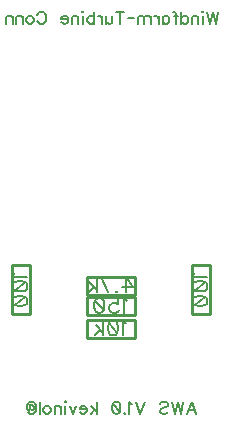
<source format=gbr>
G04 DipTrace 3.2.0.1*
G04 BottomSilk.gbr*
%MOMM*%
G04 #@! TF.FileFunction,Legend,Bot*
G04 #@! TF.Part,Single*
%ADD10C,0.25*%
%ADD38C,0.19608*%
%ADD39C,0.15686*%
%FSLAX35Y35*%
G04*
G71*
G90*
G75*
G01*
G04 BotSilk*
%LPD*%
X1872419Y1762423D2*
D10*
Y1914823D1*
X2279581Y1762423D2*
X1872419D1*
X2279581D2*
Y1914823D1*
X1872419D1*
X2279581Y2279950D2*
Y2127550D1*
X1872419Y2279950D2*
X2279581D1*
X1872419D2*
Y2127550D1*
X2279581D1*
X1872419Y1952927D2*
Y2105327D1*
X2279581Y1952927D2*
X1872419D1*
X2279581D2*
Y2105327D1*
X1872419D1*
X1237800Y2375581D2*
X1390200D1*
X1237800Y1968419D2*
Y2375581D1*
Y1968419D2*
X1390200D1*
Y2375581D1*
X2761800D2*
X2914200D1*
X2761800Y1968419D2*
Y2375581D1*
Y1968419D2*
X2914200D1*
Y2375581D1*
X2206395Y1885883D2*
D38*
X2194182Y1892060D1*
X2175932Y1910170D1*
Y1782700D1*
X2100216Y1910170D2*
X2118466Y1904133D1*
X2130680Y1885883D1*
X2136716Y1855560D1*
Y1837310D1*
X2130680Y1806987D1*
X2118466Y1788737D1*
X2100216Y1782700D1*
X2088143D1*
X2069893Y1788737D1*
X2057820Y1806987D1*
X2051643Y1837310D1*
Y1855560D1*
X2057820Y1885883D1*
X2069893Y1904133D1*
X2088143Y1910170D1*
X2100216D1*
X2057820Y1885883D2*
X2130680Y1806987D1*
X2012428Y1910310D2*
Y1782700D1*
X1951641Y1867773D2*
X2012428Y1806987D1*
X1988141Y1831273D2*
X1945605Y1782700D1*
X2201647Y2147827D2*
Y2275296D1*
X2262433Y2190364D1*
X2171324D1*
X2126071Y2160040D2*
X2132108Y2153864D1*
X2126071Y2147827D1*
X2119894Y2153864D1*
X2126071Y2160040D1*
X2056392Y2147827D2*
X1995606Y2275296D1*
X2080679D1*
X1956390Y2275437D2*
Y2147827D1*
X1895603Y2232900D2*
X1956390Y2172114D1*
X1932103Y2196400D2*
X1889567Y2147827D1*
X2215520Y2076386D2*
X2203307Y2082563D1*
X2185057Y2100673D1*
Y1973204D1*
X2072982Y2100673D2*
X2133628D1*
X2139664Y2046063D1*
X2133628Y2052100D1*
X2115378Y2058277D1*
X2097268D1*
X2079018Y2052100D1*
X2066805Y2040027D1*
X2060768Y2021777D1*
Y2009704D1*
X2066805Y1991454D1*
X2079018Y1979240D1*
X2097268Y1973204D1*
X2115378D1*
X2133628Y1979240D1*
X2139664Y1985417D1*
X2145841Y1997490D1*
X1985053Y2100673D2*
X2003303Y2094636D1*
X2015516Y2076386D1*
X2021553Y2046063D1*
Y2027813D1*
X2015516Y1997490D1*
X2003303Y1979240D1*
X1985053Y1973204D1*
X1972980D1*
X1954730Y1979240D1*
X1942656Y1997490D1*
X1936480Y2027813D1*
Y2046063D1*
X1942656Y2076386D1*
X1954730Y2094636D1*
X1972980Y2100673D1*
X1985053D1*
X1942656Y2076386D2*
X2015516Y1997490D1*
X1266740Y2311521D2*
X1260564Y2299307D1*
X1242454Y2281057D1*
X1369923D1*
X1242454Y2205342D2*
X1248490Y2223591D1*
X1266740Y2235805D1*
X1297064Y2241841D1*
X1315314D1*
X1345637Y2235805D1*
X1363887Y2223591D1*
X1369923Y2205341D1*
Y2193268D1*
X1363887Y2175018D1*
X1345637Y2162945D1*
X1315314Y2156768D1*
X1297064D1*
X1266740Y2162945D1*
X1248490Y2175018D1*
X1242454Y2193268D1*
Y2205342D1*
X1266740Y2162945D2*
X1345637Y2235805D1*
X1242454Y2081053D2*
X1248490Y2099303D1*
X1266740Y2111516D1*
X1297064Y2117553D1*
X1315314D1*
X1345637Y2111516D1*
X1363887Y2099303D1*
X1369923Y2081053D1*
Y2068980D1*
X1363887Y2050730D1*
X1345636Y2038657D1*
X1315313Y2032480D1*
X1297063D1*
X1266740Y2038657D1*
X1248490Y2050730D1*
X1242454Y2068980D1*
Y2081053D1*
X1266740Y2038657D2*
X1345637Y2111516D1*
X2790740Y2311521D2*
X2784564Y2299307D1*
X2766454Y2281057D1*
X2893923D1*
X2766454Y2205342D2*
X2772490Y2223591D1*
X2790740Y2235805D1*
X2821064Y2241841D1*
X2839314D1*
X2869637Y2235805D1*
X2887887Y2223591D1*
X2893923Y2205341D1*
Y2193268D1*
X2887887Y2175018D1*
X2869637Y2162945D1*
X2839314Y2156768D1*
X2821064D1*
X2790740Y2162945D1*
X2772490Y2175018D1*
X2766454Y2193268D1*
Y2205342D1*
X2790740Y2162945D2*
X2869637Y2235805D1*
X2766454Y2081053D2*
X2772490Y2099303D1*
X2790740Y2111516D1*
X2821064Y2117553D1*
X2839314D1*
X2869637Y2111516D1*
X2887887Y2099303D1*
X2893923Y2081053D1*
Y2068980D1*
X2887887Y2050730D1*
X2869636Y2038657D1*
X2839313Y2032480D1*
X2821063D1*
X2790740Y2038657D1*
X2772490Y2050730D1*
X2766454Y2068980D1*
Y2081053D1*
X2790740Y2038657D2*
X2869637Y2111516D1*
X2721896Y1118442D2*
D39*
X2760867Y1220530D1*
X2799725Y1118442D1*
X2785125Y1152471D2*
X2736496D1*
X2690524Y1220530D2*
X2666153Y1118442D1*
X2641894Y1220530D1*
X2617636Y1118442D1*
X2593265Y1220530D1*
X2493834Y1205930D2*
X2503493Y1215701D1*
X2518093Y1220530D1*
X2537522D1*
X2552122Y1215701D1*
X2561893Y1205930D1*
Y1196271D1*
X2556951Y1186501D1*
X2552122Y1181671D1*
X2542463Y1176842D1*
X2513263Y1167071D1*
X2503493Y1162242D1*
X2498663Y1157301D1*
X2493834Y1147642D1*
Y1133042D1*
X2503493Y1123384D1*
X2518093Y1118442D1*
X2537522D1*
X2552122Y1123384D1*
X2561893Y1133042D1*
X2363704Y1220530D2*
X2324846Y1118442D1*
X2285988Y1220530D1*
X2254615Y1200988D2*
X2244844Y1205930D1*
X2230244Y1220418D1*
Y1118442D1*
X2194042Y1128213D2*
X2198872Y1123271D1*
X2194042Y1118442D1*
X2189101Y1123271D1*
X2194042Y1128213D1*
X2128528Y1220418D2*
X2143128Y1215588D1*
X2152899Y1200988D1*
X2157728Y1176730D1*
Y1162130D1*
X2152899Y1137871D1*
X2143128Y1123271D1*
X2128528Y1118442D1*
X2118870D1*
X2104270Y1123271D1*
X2094611Y1137871D1*
X2089670Y1162130D1*
Y1176730D1*
X2094611Y1200988D1*
X2104270Y1215588D1*
X2118870Y1220418D1*
X2128528D1*
X2094611Y1200988D2*
X2152899Y1137871D1*
X1959540Y1220530D2*
Y1118442D1*
X1910911Y1186501D2*
X1959540Y1137871D1*
X1940111Y1157301D2*
X1906082Y1118442D1*
X1874709Y1157301D2*
X1816422D1*
Y1167071D1*
X1821251Y1176842D1*
X1826080Y1181671D1*
X1835851Y1186501D1*
X1850451D1*
X1860109Y1181671D1*
X1869880Y1171901D1*
X1874709Y1157301D1*
Y1147642D1*
X1869880Y1133042D1*
X1860109Y1123384D1*
X1850451Y1118442D1*
X1835851D1*
X1826080Y1123384D1*
X1816422Y1133042D1*
X1785049Y1186501D2*
X1755849Y1118442D1*
X1726761Y1186501D1*
X1695389Y1220530D2*
X1690559Y1215701D1*
X1685618Y1220530D1*
X1690559Y1225471D1*
X1695389Y1220530D1*
X1690559Y1186501D2*
Y1118442D1*
X1654245Y1186501D2*
Y1118442D1*
Y1167071D2*
X1639645Y1181671D1*
X1629875Y1186501D1*
X1615387D1*
X1605616Y1181671D1*
X1600787Y1167071D1*
Y1118442D1*
X1545156Y1186501D2*
X1554814Y1181671D1*
X1564585Y1171901D1*
X1569414Y1157301D1*
Y1147642D1*
X1564585Y1133042D1*
X1554814Y1123384D1*
X1545156Y1118442D1*
X1530556D1*
X1520785Y1123384D1*
X1511127Y1133042D1*
X1506185Y1147642D1*
Y1157301D1*
X1511127Y1171901D1*
X1520785Y1181671D1*
X1530556Y1186501D1*
X1545156D1*
X1474813Y1220530D2*
Y1118442D1*
X1389982Y1196159D2*
X1404582D1*
X1414240Y1191330D1*
X1419182Y1186501D1*
X1424011Y1176730D1*
Y1157301D1*
X1419182Y1152471D1*
X1409411D1*
X1389982Y1157301D1*
X1385152Y1147642D1*
X1380323D1*
X1370552Y1157301D1*
X1365723Y1181559D1*
X1370552Y1196159D1*
X1375382Y1205930D1*
X1385152Y1215588D1*
X1394811Y1220418D1*
X1414240D1*
X1424011Y1215588D1*
X1433669Y1205930D1*
X1438611Y1196159D1*
X1443440Y1181559D1*
Y1157301D1*
X1438611Y1142701D1*
X1433669Y1133042D1*
X1424011Y1123271D1*
X1414240Y1118442D1*
X1394811D1*
X1385152Y1123271D1*
X1375382Y1133042D1*
X1389982Y1200988D2*
Y1157301D1*
X2987354Y4522523D2*
X2962983Y4420436D1*
X2938724Y4522523D1*
X2914466Y4420436D1*
X2890095Y4522523D1*
X2858723D2*
X2853893Y4517694D1*
X2848952Y4522523D1*
X2853893Y4527465D1*
X2858723Y4522523D1*
X2853893Y4488494D2*
Y4420436D1*
X2817579Y4488494D2*
Y4420436D1*
Y4469065D2*
X2802979Y4483665D1*
X2793209Y4488494D1*
X2778721D1*
X2768950Y4483665D1*
X2764121Y4469065D1*
Y4420436D1*
X2674461Y4522523D2*
Y4420436D1*
Y4473894D2*
X2684119Y4483665D1*
X2693890Y4488494D1*
X2708490D1*
X2718148Y4483665D1*
X2727919Y4473894D1*
X2732748Y4459294D1*
Y4449636D1*
X2727919Y4435036D1*
X2718148Y4425377D1*
X2708490Y4420436D1*
X2693890D1*
X2684119Y4425377D1*
X2674461Y4435036D1*
X2604230Y4522523D2*
X2613888D1*
X2623659Y4517694D1*
X2628488Y4503094D1*
Y4420436D1*
X2643088Y4488494D2*
X2609059D1*
X2514569D2*
Y4420436D1*
Y4473894D2*
X2524228Y4483665D1*
X2533999Y4488494D1*
X2548486D1*
X2558257Y4483665D1*
X2567915Y4473894D1*
X2572857Y4459294D1*
Y4449636D1*
X2567915Y4435036D1*
X2558257Y4425377D1*
X2548486Y4420436D1*
X2533999D1*
X2524228Y4425377D1*
X2514569Y4435036D1*
X2483197Y4488494D2*
Y4420436D1*
Y4459294D2*
X2478255Y4473894D1*
X2468597Y4483665D1*
X2458826Y4488494D1*
X2444226D1*
X2412853D2*
Y4420436D1*
Y4469065D2*
X2398253Y4483665D1*
X2388483Y4488494D1*
X2373995D1*
X2364224Y4483665D1*
X2359395Y4469065D1*
Y4420436D1*
Y4469065D2*
X2344795Y4483665D1*
X2335024Y4488494D1*
X2320537D1*
X2310766Y4483665D1*
X2305824Y4469065D1*
Y4420436D1*
X2274452Y4471423D2*
X2218298D1*
X2152896Y4522523D2*
Y4420436D1*
X2186925Y4522523D2*
X2118867D1*
X2087494Y4488494D2*
Y4439865D1*
X2082665Y4425377D1*
X2072894Y4420436D1*
X2058294D1*
X2048636Y4425377D1*
X2034036Y4439865D1*
Y4488494D2*
Y4420436D1*
X2002663Y4488494D2*
Y4420436D1*
Y4459294D2*
X1997722Y4473894D1*
X1988063Y4483665D1*
X1978292Y4488494D1*
X1963692D1*
X1932320Y4522523D2*
Y4420436D1*
Y4473894D2*
X1922549Y4483665D1*
X1912891Y4488494D1*
X1898291D1*
X1888632Y4483665D1*
X1878861Y4473894D1*
X1874032Y4459294D1*
Y4449636D1*
X1878861Y4435036D1*
X1888632Y4425377D1*
X1898291Y4420436D1*
X1912891D1*
X1922549Y4425377D1*
X1932320Y4435036D1*
X1842660Y4522523D2*
X1837830Y4517694D1*
X1832889Y4522523D1*
X1837830Y4527465D1*
X1842660Y4522523D1*
X1837830Y4488494D2*
Y4420436D1*
X1801516Y4488494D2*
Y4420436D1*
Y4469065D2*
X1786916Y4483665D1*
X1777146Y4488494D1*
X1762658D1*
X1752887Y4483665D1*
X1748058Y4469065D1*
Y4420436D1*
X1716685Y4459294D2*
X1658398D1*
Y4469065D1*
X1663227Y4478836D1*
X1668056Y4483665D1*
X1677827Y4488494D1*
X1692427D1*
X1702085Y4483665D1*
X1711856Y4473894D1*
X1716685Y4459294D1*
Y4449636D1*
X1711856Y4435036D1*
X1702085Y4425377D1*
X1692427Y4420436D1*
X1677827D1*
X1668056Y4425377D1*
X1658398Y4435036D1*
X1455380Y4498265D2*
X1460210Y4507923D1*
X1469980Y4517694D1*
X1479639Y4522523D1*
X1499068D1*
X1508839Y4517694D1*
X1518497Y4507923D1*
X1523439Y4498265D1*
X1528268Y4483665D1*
Y4459294D1*
X1523439Y4444806D1*
X1518497Y4435036D1*
X1508839Y4425377D1*
X1499068Y4420436D1*
X1479639D1*
X1469980Y4425377D1*
X1460210Y4435036D1*
X1455380Y4444806D1*
X1399749Y4488494D2*
X1409408Y4483665D1*
X1419178Y4473894D1*
X1424008Y4459294D1*
Y4449636D1*
X1419178Y4435036D1*
X1409408Y4425377D1*
X1399749Y4420436D1*
X1385149D1*
X1375378Y4425377D1*
X1365720Y4435036D1*
X1360778Y4449636D1*
Y4459294D1*
X1365720Y4473894D1*
X1375378Y4483665D1*
X1385149Y4488494D1*
X1399749D1*
X1329406D2*
Y4420436D1*
Y4469065D2*
X1314806Y4483665D1*
X1305035Y4488494D1*
X1290547D1*
X1280777Y4483665D1*
X1275947Y4469065D1*
Y4420436D1*
X1244575Y4488494D2*
Y4420436D1*
Y4469065D2*
X1229975Y4483665D1*
X1220204Y4488494D1*
X1205716D1*
X1195946Y4483665D1*
X1191116Y4469065D1*
Y4420436D1*
M02*

</source>
